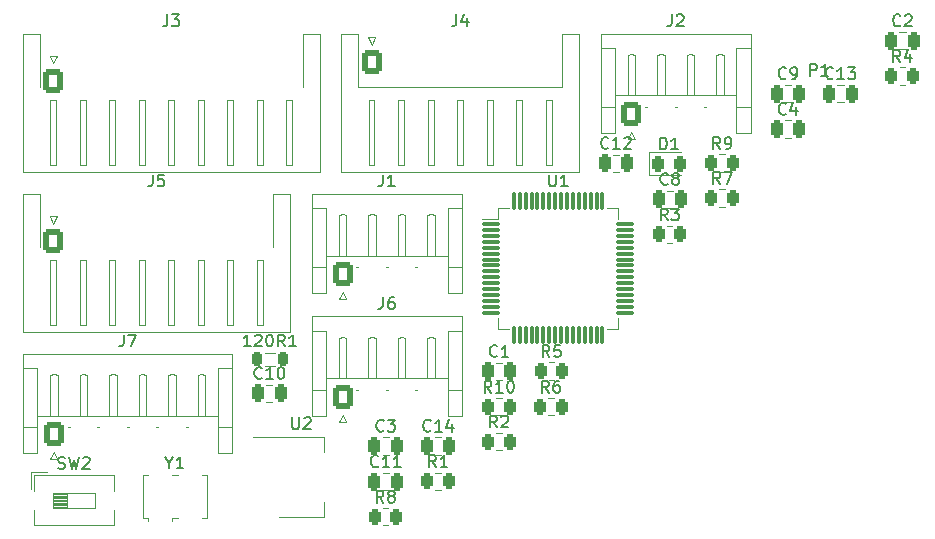
<source format=gbr>
%TF.GenerationSoftware,KiCad,Pcbnew,(6.0.11)*%
%TF.CreationDate,2023-02-06T10:27:39-08:00*%
%TF.ProjectId,EV1,4556312e-6b69-4636-9164-5f7063625858,rev?*%
%TF.SameCoordinates,Original*%
%TF.FileFunction,Legend,Top*%
%TF.FilePolarity,Positive*%
%FSLAX46Y46*%
G04 Gerber Fmt 4.6, Leading zero omitted, Abs format (unit mm)*
G04 Created by KiCad (PCBNEW (6.0.11)) date 2023-02-06 10:27:39*
%MOMM*%
%LPD*%
G01*
G04 APERTURE LIST*
G04 Aperture macros list*
%AMRoundRect*
0 Rectangle with rounded corners*
0 $1 Rounding radius*
0 $2 $3 $4 $5 $6 $7 $8 $9 X,Y pos of 4 corners*
0 Add a 4 corners polygon primitive as box body*
4,1,4,$2,$3,$4,$5,$6,$7,$8,$9,$2,$3,0*
0 Add four circle primitives for the rounded corners*
1,1,$1+$1,$2,$3*
1,1,$1+$1,$4,$5*
1,1,$1+$1,$6,$7*
1,1,$1+$1,$8,$9*
0 Add four rect primitives between the rounded corners*
20,1,$1+$1,$2,$3,$4,$5,0*
20,1,$1+$1,$4,$5,$6,$7,0*
20,1,$1+$1,$6,$7,$8,$9,0*
20,1,$1+$1,$8,$9,$2,$3,0*%
G04 Aperture macros list end*
%ADD10C,0.150000*%
%ADD11C,0.120000*%
%ADD12R,1.600000X1.500000*%
%ADD13R,2.000000X1.500000*%
%ADD14R,2.000000X3.800000*%
%ADD15RoundRect,0.075000X-0.700000X-0.075000X0.700000X-0.075000X0.700000X0.075000X-0.700000X0.075000X0*%
%ADD16RoundRect,0.075000X-0.075000X-0.700000X0.075000X-0.700000X0.075000X0.700000X-0.075000X0.700000X0*%
%ADD17R,2.160000X1.120000*%
%ADD18RoundRect,0.250000X-0.262500X-0.450000X0.262500X-0.450000X0.262500X0.450000X-0.262500X0.450000X0*%
%ADD19R,0.380000X1.000000*%
%ADD20R,0.700000X1.150000*%
%ADD21RoundRect,0.250000X-0.600000X-0.725000X0.600000X-0.725000X0.600000X0.725000X-0.600000X0.725000X0*%
%ADD22O,1.700000X1.950000*%
%ADD23RoundRect,0.243750X-0.243750X-0.456250X0.243750X-0.456250X0.243750X0.456250X-0.243750X0.456250X0*%
%ADD24RoundRect,0.250000X-0.250000X-0.475000X0.250000X-0.475000X0.250000X0.475000X-0.250000X0.475000X0*%
%ADD25RoundRect,0.218750X-0.218750X-0.381250X0.218750X-0.381250X0.218750X0.381250X-0.218750X0.381250X0*%
G04 APERTURE END LIST*
D10*
%TO.C,Y1*%
X133612209Y-114623390D02*
X133612209Y-115099580D01*
X133278876Y-114099580D02*
X133612209Y-114623390D01*
X133945542Y-114099580D01*
X134802685Y-115099580D02*
X134231257Y-115099580D01*
X134516971Y-115099580D02*
X134516971Y-114099580D01*
X134421733Y-114242438D01*
X134326495Y-114337676D01*
X134231257Y-114385295D01*
%TO.C,U2*%
X144026495Y-110779580D02*
X144026495Y-111589104D01*
X144074114Y-111684342D01*
X144121733Y-111731961D01*
X144216971Y-111779580D01*
X144407447Y-111779580D01*
X144502685Y-111731961D01*
X144550304Y-111684342D01*
X144597923Y-111589104D01*
X144597923Y-110779580D01*
X145026495Y-110874819D02*
X145074114Y-110827200D01*
X145169352Y-110779580D01*
X145407447Y-110779580D01*
X145502685Y-110827200D01*
X145550304Y-110874819D01*
X145597923Y-110970057D01*
X145597923Y-111065295D01*
X145550304Y-111208152D01*
X144978876Y-111779580D01*
X145597923Y-111779580D01*
%TO.C,U1*%
X165776495Y-90219580D02*
X165776495Y-91029104D01*
X165824114Y-91124342D01*
X165871733Y-91171961D01*
X165966971Y-91219580D01*
X166157447Y-91219580D01*
X166252685Y-91171961D01*
X166300304Y-91124342D01*
X166347923Y-91029104D01*
X166347923Y-90219580D01*
X167347923Y-91219580D02*
X166776495Y-91219580D01*
X167062209Y-91219580D02*
X167062209Y-90219580D01*
X166966971Y-90362438D01*
X166871733Y-90457676D01*
X166776495Y-90505295D01*
%TO.C,SW2*%
X124205066Y-115091961D02*
X124347923Y-115139580D01*
X124586019Y-115139580D01*
X124681257Y-115091961D01*
X124728876Y-115044342D01*
X124776495Y-114949104D01*
X124776495Y-114853866D01*
X124728876Y-114758628D01*
X124681257Y-114711009D01*
X124586019Y-114663390D01*
X124395542Y-114615771D01*
X124300304Y-114568152D01*
X124252685Y-114520533D01*
X124205066Y-114425295D01*
X124205066Y-114330057D01*
X124252685Y-114234819D01*
X124300304Y-114187200D01*
X124395542Y-114139580D01*
X124633638Y-114139580D01*
X124776495Y-114187200D01*
X125109828Y-114139580D02*
X125347923Y-115139580D01*
X125538400Y-114425295D01*
X125728876Y-115139580D01*
X125966971Y-114139580D01*
X126300304Y-114234819D02*
X126347923Y-114187200D01*
X126443161Y-114139580D01*
X126681257Y-114139580D01*
X126776495Y-114187200D01*
X126824114Y-114234819D01*
X126871733Y-114330057D01*
X126871733Y-114425295D01*
X126824114Y-114568152D01*
X126252685Y-115139580D01*
X126871733Y-115139580D01*
%TO.C,R10*%
X160875542Y-108679580D02*
X160542209Y-108203390D01*
X160304114Y-108679580D02*
X160304114Y-107679580D01*
X160685066Y-107679580D01*
X160780304Y-107727200D01*
X160827923Y-107774819D01*
X160875542Y-107870057D01*
X160875542Y-108012914D01*
X160827923Y-108108152D01*
X160780304Y-108155771D01*
X160685066Y-108203390D01*
X160304114Y-108203390D01*
X161827923Y-108679580D02*
X161256495Y-108679580D01*
X161542209Y-108679580D02*
X161542209Y-107679580D01*
X161446971Y-107822438D01*
X161351733Y-107917676D01*
X161256495Y-107965295D01*
X162446971Y-107679580D02*
X162542209Y-107679580D01*
X162637447Y-107727200D01*
X162685066Y-107774819D01*
X162732685Y-107870057D01*
X162780304Y-108060533D01*
X162780304Y-108298628D01*
X162732685Y-108489104D01*
X162685066Y-108584342D01*
X162637447Y-108631961D01*
X162542209Y-108679580D01*
X162446971Y-108679580D01*
X162351733Y-108631961D01*
X162304114Y-108584342D01*
X162256495Y-108489104D01*
X162208876Y-108298628D01*
X162208876Y-108060533D01*
X162256495Y-107870057D01*
X162304114Y-107774819D01*
X162351733Y-107727200D01*
X162446971Y-107679580D01*
%TO.C,R9*%
X180251733Y-88049580D02*
X179918400Y-87573390D01*
X179680304Y-88049580D02*
X179680304Y-87049580D01*
X180061257Y-87049580D01*
X180156495Y-87097200D01*
X180204114Y-87144819D01*
X180251733Y-87240057D01*
X180251733Y-87382914D01*
X180204114Y-87478152D01*
X180156495Y-87525771D01*
X180061257Y-87573390D01*
X179680304Y-87573390D01*
X180727923Y-88049580D02*
X180918400Y-88049580D01*
X181013638Y-88001961D01*
X181061257Y-87954342D01*
X181156495Y-87811485D01*
X181204114Y-87621009D01*
X181204114Y-87240057D01*
X181156495Y-87144819D01*
X181108876Y-87097200D01*
X181013638Y-87049580D01*
X180823161Y-87049580D01*
X180727923Y-87097200D01*
X180680304Y-87144819D01*
X180632685Y-87240057D01*
X180632685Y-87478152D01*
X180680304Y-87573390D01*
X180727923Y-87621009D01*
X180823161Y-87668628D01*
X181013638Y-87668628D01*
X181108876Y-87621009D01*
X181156495Y-87573390D01*
X181204114Y-87478152D01*
%TO.C,R8*%
X151751733Y-117999580D02*
X151418400Y-117523390D01*
X151180304Y-117999580D02*
X151180304Y-116999580D01*
X151561257Y-116999580D01*
X151656495Y-117047200D01*
X151704114Y-117094819D01*
X151751733Y-117190057D01*
X151751733Y-117332914D01*
X151704114Y-117428152D01*
X151656495Y-117475771D01*
X151561257Y-117523390D01*
X151180304Y-117523390D01*
X152323161Y-117428152D02*
X152227923Y-117380533D01*
X152180304Y-117332914D01*
X152132685Y-117237676D01*
X152132685Y-117190057D01*
X152180304Y-117094819D01*
X152227923Y-117047200D01*
X152323161Y-116999580D01*
X152513638Y-116999580D01*
X152608876Y-117047200D01*
X152656495Y-117094819D01*
X152704114Y-117190057D01*
X152704114Y-117237676D01*
X152656495Y-117332914D01*
X152608876Y-117380533D01*
X152513638Y-117428152D01*
X152323161Y-117428152D01*
X152227923Y-117475771D01*
X152180304Y-117523390D01*
X152132685Y-117618628D01*
X152132685Y-117809104D01*
X152180304Y-117904342D01*
X152227923Y-117951961D01*
X152323161Y-117999580D01*
X152513638Y-117999580D01*
X152608876Y-117951961D01*
X152656495Y-117904342D01*
X152704114Y-117809104D01*
X152704114Y-117618628D01*
X152656495Y-117523390D01*
X152608876Y-117475771D01*
X152513638Y-117428152D01*
%TO.C,R7*%
X180251733Y-90999580D02*
X179918400Y-90523390D01*
X179680304Y-90999580D02*
X179680304Y-89999580D01*
X180061257Y-89999580D01*
X180156495Y-90047200D01*
X180204114Y-90094819D01*
X180251733Y-90190057D01*
X180251733Y-90332914D01*
X180204114Y-90428152D01*
X180156495Y-90475771D01*
X180061257Y-90523390D01*
X179680304Y-90523390D01*
X180585066Y-89999580D02*
X181251733Y-89999580D01*
X180823161Y-90999580D01*
%TO.C,R6*%
X165761733Y-108679580D02*
X165428400Y-108203390D01*
X165190304Y-108679580D02*
X165190304Y-107679580D01*
X165571257Y-107679580D01*
X165666495Y-107727200D01*
X165714114Y-107774819D01*
X165761733Y-107870057D01*
X165761733Y-108012914D01*
X165714114Y-108108152D01*
X165666495Y-108155771D01*
X165571257Y-108203390D01*
X165190304Y-108203390D01*
X166618876Y-107679580D02*
X166428400Y-107679580D01*
X166333161Y-107727200D01*
X166285542Y-107774819D01*
X166190304Y-107917676D01*
X166142685Y-108108152D01*
X166142685Y-108489104D01*
X166190304Y-108584342D01*
X166237923Y-108631961D01*
X166333161Y-108679580D01*
X166523638Y-108679580D01*
X166618876Y-108631961D01*
X166666495Y-108584342D01*
X166714114Y-108489104D01*
X166714114Y-108251009D01*
X166666495Y-108155771D01*
X166618876Y-108108152D01*
X166523638Y-108060533D01*
X166333161Y-108060533D01*
X166237923Y-108108152D01*
X166190304Y-108155771D01*
X166142685Y-108251009D01*
%TO.C,R5*%
X165801733Y-105669580D02*
X165468400Y-105193390D01*
X165230304Y-105669580D02*
X165230304Y-104669580D01*
X165611257Y-104669580D01*
X165706495Y-104717200D01*
X165754114Y-104764819D01*
X165801733Y-104860057D01*
X165801733Y-105002914D01*
X165754114Y-105098152D01*
X165706495Y-105145771D01*
X165611257Y-105193390D01*
X165230304Y-105193390D01*
X166706495Y-104669580D02*
X166230304Y-104669580D01*
X166182685Y-105145771D01*
X166230304Y-105098152D01*
X166325542Y-105050533D01*
X166563638Y-105050533D01*
X166658876Y-105098152D01*
X166706495Y-105145771D01*
X166754114Y-105241009D01*
X166754114Y-105479104D01*
X166706495Y-105574342D01*
X166658876Y-105621961D01*
X166563638Y-105669580D01*
X166325542Y-105669580D01*
X166230304Y-105621961D01*
X166182685Y-105574342D01*
%TO.C,R4*%
X195501733Y-80679580D02*
X195168400Y-80203390D01*
X194930304Y-80679580D02*
X194930304Y-79679580D01*
X195311257Y-79679580D01*
X195406495Y-79727200D01*
X195454114Y-79774819D01*
X195501733Y-79870057D01*
X195501733Y-80012914D01*
X195454114Y-80108152D01*
X195406495Y-80155771D01*
X195311257Y-80203390D01*
X194930304Y-80203390D01*
X196358876Y-80012914D02*
X196358876Y-80679580D01*
X196120780Y-79631961D02*
X195882685Y-80346247D01*
X196501733Y-80346247D01*
%TO.C,R3*%
X175801733Y-94099580D02*
X175468400Y-93623390D01*
X175230304Y-94099580D02*
X175230304Y-93099580D01*
X175611257Y-93099580D01*
X175706495Y-93147200D01*
X175754114Y-93194819D01*
X175801733Y-93290057D01*
X175801733Y-93432914D01*
X175754114Y-93528152D01*
X175706495Y-93575771D01*
X175611257Y-93623390D01*
X175230304Y-93623390D01*
X176135066Y-93099580D02*
X176754114Y-93099580D01*
X176420780Y-93480533D01*
X176563638Y-93480533D01*
X176658876Y-93528152D01*
X176706495Y-93575771D01*
X176754114Y-93671009D01*
X176754114Y-93909104D01*
X176706495Y-94004342D01*
X176658876Y-94051961D01*
X176563638Y-94099580D01*
X176277923Y-94099580D01*
X176182685Y-94051961D01*
X176135066Y-94004342D01*
%TO.C,R2*%
X161351733Y-111629580D02*
X161018400Y-111153390D01*
X160780304Y-111629580D02*
X160780304Y-110629580D01*
X161161257Y-110629580D01*
X161256495Y-110677200D01*
X161304114Y-110724819D01*
X161351733Y-110820057D01*
X161351733Y-110962914D01*
X161304114Y-111058152D01*
X161256495Y-111105771D01*
X161161257Y-111153390D01*
X160780304Y-111153390D01*
X161732685Y-110724819D02*
X161780304Y-110677200D01*
X161875542Y-110629580D01*
X162113638Y-110629580D01*
X162208876Y-110677200D01*
X162256495Y-110724819D01*
X162304114Y-110820057D01*
X162304114Y-110915295D01*
X162256495Y-111058152D01*
X161685066Y-111629580D01*
X162304114Y-111629580D01*
%TO.C,R1*%
X156201733Y-114989580D02*
X155868400Y-114513390D01*
X155630304Y-114989580D02*
X155630304Y-113989580D01*
X156011257Y-113989580D01*
X156106495Y-114037200D01*
X156154114Y-114084819D01*
X156201733Y-114180057D01*
X156201733Y-114322914D01*
X156154114Y-114418152D01*
X156106495Y-114465771D01*
X156011257Y-114513390D01*
X155630304Y-114513390D01*
X157154114Y-114989580D02*
X156582685Y-114989580D01*
X156868400Y-114989580D02*
X156868400Y-113989580D01*
X156773161Y-114132438D01*
X156677923Y-114227676D01*
X156582685Y-114275295D01*
%TO.C,P1*%
X187875304Y-81869580D02*
X187875304Y-80869580D01*
X188256257Y-80869580D01*
X188351495Y-80917200D01*
X188399114Y-80964819D01*
X188446733Y-81060057D01*
X188446733Y-81202914D01*
X188399114Y-81298152D01*
X188351495Y-81345771D01*
X188256257Y-81393390D01*
X187875304Y-81393390D01*
X189399114Y-81869580D02*
X188827685Y-81869580D01*
X189113400Y-81869580D02*
X189113400Y-80869580D01*
X189018161Y-81012438D01*
X188922923Y-81107676D01*
X188827685Y-81155295D01*
%TO.C,J7*%
X129755066Y-103769580D02*
X129755066Y-104483866D01*
X129707447Y-104626723D01*
X129612209Y-104721961D01*
X129469352Y-104769580D01*
X129374114Y-104769580D01*
X130136019Y-103769580D02*
X130802685Y-103769580D01*
X130374114Y-104769580D01*
%TO.C,J6*%
X151705066Y-100599580D02*
X151705066Y-101313866D01*
X151657447Y-101456723D01*
X151562209Y-101551961D01*
X151419352Y-101599580D01*
X151324114Y-101599580D01*
X152609828Y-100599580D02*
X152419352Y-100599580D01*
X152324114Y-100647200D01*
X152276495Y-100694819D01*
X152181257Y-100837676D01*
X152133638Y-101028152D01*
X152133638Y-101409104D01*
X152181257Y-101504342D01*
X152228876Y-101551961D01*
X152324114Y-101599580D01*
X152514590Y-101599580D01*
X152609828Y-101551961D01*
X152657447Y-101504342D01*
X152705066Y-101409104D01*
X152705066Y-101171009D01*
X152657447Y-101075771D01*
X152609828Y-101028152D01*
X152514590Y-100980533D01*
X152324114Y-100980533D01*
X152228876Y-101028152D01*
X152181257Y-101075771D01*
X152133638Y-101171009D01*
%TO.C,J5*%
X132205066Y-90219580D02*
X132205066Y-90933866D01*
X132157447Y-91076723D01*
X132062209Y-91171961D01*
X131919352Y-91219580D01*
X131824114Y-91219580D01*
X133157447Y-90219580D02*
X132681257Y-90219580D01*
X132633638Y-90695771D01*
X132681257Y-90648152D01*
X132776495Y-90600533D01*
X133014590Y-90600533D01*
X133109828Y-90648152D01*
X133157447Y-90695771D01*
X133205066Y-90791009D01*
X133205066Y-91029104D01*
X133157447Y-91124342D01*
X133109828Y-91171961D01*
X133014590Y-91219580D01*
X132776495Y-91219580D01*
X132681257Y-91171961D01*
X132633638Y-91124342D01*
%TO.C,J4*%
X157905066Y-76669580D02*
X157905066Y-77383866D01*
X157857447Y-77526723D01*
X157762209Y-77621961D01*
X157619352Y-77669580D01*
X157524114Y-77669580D01*
X158809828Y-77002914D02*
X158809828Y-77669580D01*
X158571733Y-76621961D02*
X158333638Y-77336247D01*
X158952685Y-77336247D01*
%TO.C,J3*%
X133455066Y-76669580D02*
X133455066Y-77383866D01*
X133407447Y-77526723D01*
X133312209Y-77621961D01*
X133169352Y-77669580D01*
X133074114Y-77669580D01*
X133836019Y-76669580D02*
X134455066Y-76669580D01*
X134121733Y-77050533D01*
X134264590Y-77050533D01*
X134359828Y-77098152D01*
X134407447Y-77145771D01*
X134455066Y-77241009D01*
X134455066Y-77479104D01*
X134407447Y-77574342D01*
X134359828Y-77621961D01*
X134264590Y-77669580D01*
X133978876Y-77669580D01*
X133883638Y-77621961D01*
X133836019Y-77574342D01*
%TO.C,J2*%
X176155066Y-76669580D02*
X176155066Y-77383866D01*
X176107447Y-77526723D01*
X176012209Y-77621961D01*
X175869352Y-77669580D01*
X175774114Y-77669580D01*
X176583638Y-76764819D02*
X176631257Y-76717200D01*
X176726495Y-76669580D01*
X176964590Y-76669580D01*
X177059828Y-76717200D01*
X177107447Y-76764819D01*
X177155066Y-76860057D01*
X177155066Y-76955295D01*
X177107447Y-77098152D01*
X176536019Y-77669580D01*
X177155066Y-77669580D01*
%TO.C,J1*%
X151705066Y-90219580D02*
X151705066Y-90933866D01*
X151657447Y-91076723D01*
X151562209Y-91171961D01*
X151419352Y-91219580D01*
X151324114Y-91219580D01*
X152705066Y-91219580D02*
X152133638Y-91219580D01*
X152419352Y-91219580D02*
X152419352Y-90219580D01*
X152324114Y-90362438D01*
X152228876Y-90457676D01*
X152133638Y-90505295D01*
%TO.C,D1*%
X175170304Y-88094580D02*
X175170304Y-87094580D01*
X175408400Y-87094580D01*
X175551257Y-87142200D01*
X175646495Y-87237438D01*
X175694114Y-87332676D01*
X175741733Y-87523152D01*
X175741733Y-87666009D01*
X175694114Y-87856485D01*
X175646495Y-87951723D01*
X175551257Y-88046961D01*
X175408400Y-88094580D01*
X175170304Y-88094580D01*
X176694114Y-88094580D02*
X176122685Y-88094580D01*
X176408400Y-88094580D02*
X176408400Y-87094580D01*
X176313161Y-87237438D01*
X176217923Y-87332676D01*
X176122685Y-87380295D01*
%TO.C,C14*%
X155745542Y-111884342D02*
X155697923Y-111931961D01*
X155555066Y-111979580D01*
X155459828Y-111979580D01*
X155316971Y-111931961D01*
X155221733Y-111836723D01*
X155174114Y-111741485D01*
X155126495Y-111551009D01*
X155126495Y-111408152D01*
X155174114Y-111217676D01*
X155221733Y-111122438D01*
X155316971Y-111027200D01*
X155459828Y-110979580D01*
X155555066Y-110979580D01*
X155697923Y-111027200D01*
X155745542Y-111074819D01*
X156697923Y-111979580D02*
X156126495Y-111979580D01*
X156412209Y-111979580D02*
X156412209Y-110979580D01*
X156316971Y-111122438D01*
X156221733Y-111217676D01*
X156126495Y-111265295D01*
X157555066Y-111312914D02*
X157555066Y-111979580D01*
X157316971Y-110931961D02*
X157078876Y-111646247D01*
X157697923Y-111646247D01*
%TO.C,C13*%
X189795542Y-82044342D02*
X189747923Y-82091961D01*
X189605066Y-82139580D01*
X189509828Y-82139580D01*
X189366971Y-82091961D01*
X189271733Y-81996723D01*
X189224114Y-81901485D01*
X189176495Y-81711009D01*
X189176495Y-81568152D01*
X189224114Y-81377676D01*
X189271733Y-81282438D01*
X189366971Y-81187200D01*
X189509828Y-81139580D01*
X189605066Y-81139580D01*
X189747923Y-81187200D01*
X189795542Y-81234819D01*
X190747923Y-82139580D02*
X190176495Y-82139580D01*
X190462209Y-82139580D02*
X190462209Y-81139580D01*
X190366971Y-81282438D01*
X190271733Y-81377676D01*
X190176495Y-81425295D01*
X191081257Y-81139580D02*
X191700304Y-81139580D01*
X191366971Y-81520533D01*
X191509828Y-81520533D01*
X191605066Y-81568152D01*
X191652685Y-81615771D01*
X191700304Y-81711009D01*
X191700304Y-81949104D01*
X191652685Y-82044342D01*
X191605066Y-82091961D01*
X191509828Y-82139580D01*
X191224114Y-82139580D01*
X191128876Y-82091961D01*
X191081257Y-82044342D01*
%TO.C,C12*%
X170795542Y-87954342D02*
X170747923Y-88001961D01*
X170605066Y-88049580D01*
X170509828Y-88049580D01*
X170366971Y-88001961D01*
X170271733Y-87906723D01*
X170224114Y-87811485D01*
X170176495Y-87621009D01*
X170176495Y-87478152D01*
X170224114Y-87287676D01*
X170271733Y-87192438D01*
X170366971Y-87097200D01*
X170509828Y-87049580D01*
X170605066Y-87049580D01*
X170747923Y-87097200D01*
X170795542Y-87144819D01*
X171747923Y-88049580D02*
X171176495Y-88049580D01*
X171462209Y-88049580D02*
X171462209Y-87049580D01*
X171366971Y-87192438D01*
X171271733Y-87287676D01*
X171176495Y-87335295D01*
X172128876Y-87144819D02*
X172176495Y-87097200D01*
X172271733Y-87049580D01*
X172509828Y-87049580D01*
X172605066Y-87097200D01*
X172652685Y-87144819D01*
X172700304Y-87240057D01*
X172700304Y-87335295D01*
X172652685Y-87478152D01*
X172081257Y-88049580D01*
X172700304Y-88049580D01*
%TO.C,C11*%
X151295542Y-114894342D02*
X151247923Y-114941961D01*
X151105066Y-114989580D01*
X151009828Y-114989580D01*
X150866971Y-114941961D01*
X150771733Y-114846723D01*
X150724114Y-114751485D01*
X150676495Y-114561009D01*
X150676495Y-114418152D01*
X150724114Y-114227676D01*
X150771733Y-114132438D01*
X150866971Y-114037200D01*
X151009828Y-113989580D01*
X151105066Y-113989580D01*
X151247923Y-114037200D01*
X151295542Y-114084819D01*
X152247923Y-114989580D02*
X151676495Y-114989580D01*
X151962209Y-114989580D02*
X151962209Y-113989580D01*
X151866971Y-114132438D01*
X151771733Y-114227676D01*
X151676495Y-114275295D01*
X153200304Y-114989580D02*
X152628876Y-114989580D01*
X152914590Y-114989580D02*
X152914590Y-113989580D01*
X152819352Y-114132438D01*
X152724114Y-114227676D01*
X152628876Y-114275295D01*
%TO.C,C10*%
X141445542Y-107424342D02*
X141397923Y-107471961D01*
X141255066Y-107519580D01*
X141159828Y-107519580D01*
X141016971Y-107471961D01*
X140921733Y-107376723D01*
X140874114Y-107281485D01*
X140826495Y-107091009D01*
X140826495Y-106948152D01*
X140874114Y-106757676D01*
X140921733Y-106662438D01*
X141016971Y-106567200D01*
X141159828Y-106519580D01*
X141255066Y-106519580D01*
X141397923Y-106567200D01*
X141445542Y-106614819D01*
X142397923Y-107519580D02*
X141826495Y-107519580D01*
X142112209Y-107519580D02*
X142112209Y-106519580D01*
X142016971Y-106662438D01*
X141921733Y-106757676D01*
X141826495Y-106805295D01*
X143016971Y-106519580D02*
X143112209Y-106519580D01*
X143207447Y-106567200D01*
X143255066Y-106614819D01*
X143302685Y-106710057D01*
X143350304Y-106900533D01*
X143350304Y-107138628D01*
X143302685Y-107329104D01*
X143255066Y-107424342D01*
X143207447Y-107471961D01*
X143112209Y-107519580D01*
X143016971Y-107519580D01*
X142921733Y-107471961D01*
X142874114Y-107424342D01*
X142826495Y-107329104D01*
X142778876Y-107138628D01*
X142778876Y-106900533D01*
X142826495Y-106710057D01*
X142874114Y-106614819D01*
X142921733Y-106567200D01*
X143016971Y-106519580D01*
%TO.C,C9*%
X185821733Y-82044342D02*
X185774114Y-82091961D01*
X185631257Y-82139580D01*
X185536019Y-82139580D01*
X185393161Y-82091961D01*
X185297923Y-81996723D01*
X185250304Y-81901485D01*
X185202685Y-81711009D01*
X185202685Y-81568152D01*
X185250304Y-81377676D01*
X185297923Y-81282438D01*
X185393161Y-81187200D01*
X185536019Y-81139580D01*
X185631257Y-81139580D01*
X185774114Y-81187200D01*
X185821733Y-81234819D01*
X186297923Y-82139580D02*
X186488400Y-82139580D01*
X186583638Y-82091961D01*
X186631257Y-82044342D01*
X186726495Y-81901485D01*
X186774114Y-81711009D01*
X186774114Y-81330057D01*
X186726495Y-81234819D01*
X186678876Y-81187200D01*
X186583638Y-81139580D01*
X186393161Y-81139580D01*
X186297923Y-81187200D01*
X186250304Y-81234819D01*
X186202685Y-81330057D01*
X186202685Y-81568152D01*
X186250304Y-81663390D01*
X186297923Y-81711009D01*
X186393161Y-81758628D01*
X186583638Y-81758628D01*
X186678876Y-81711009D01*
X186726495Y-81663390D01*
X186774114Y-81568152D01*
%TO.C,C8*%
X175821733Y-90994342D02*
X175774114Y-91041961D01*
X175631257Y-91089580D01*
X175536019Y-91089580D01*
X175393161Y-91041961D01*
X175297923Y-90946723D01*
X175250304Y-90851485D01*
X175202685Y-90661009D01*
X175202685Y-90518152D01*
X175250304Y-90327676D01*
X175297923Y-90232438D01*
X175393161Y-90137200D01*
X175536019Y-90089580D01*
X175631257Y-90089580D01*
X175774114Y-90137200D01*
X175821733Y-90184819D01*
X176393161Y-90518152D02*
X176297923Y-90470533D01*
X176250304Y-90422914D01*
X176202685Y-90327676D01*
X176202685Y-90280057D01*
X176250304Y-90184819D01*
X176297923Y-90137200D01*
X176393161Y-90089580D01*
X176583638Y-90089580D01*
X176678876Y-90137200D01*
X176726495Y-90184819D01*
X176774114Y-90280057D01*
X176774114Y-90327676D01*
X176726495Y-90422914D01*
X176678876Y-90470533D01*
X176583638Y-90518152D01*
X176393161Y-90518152D01*
X176297923Y-90565771D01*
X176250304Y-90613390D01*
X176202685Y-90708628D01*
X176202685Y-90899104D01*
X176250304Y-90994342D01*
X176297923Y-91041961D01*
X176393161Y-91089580D01*
X176583638Y-91089580D01*
X176678876Y-91041961D01*
X176726495Y-90994342D01*
X176774114Y-90899104D01*
X176774114Y-90708628D01*
X176726495Y-90613390D01*
X176678876Y-90565771D01*
X176583638Y-90518152D01*
%TO.C,C4*%
X185821733Y-85054342D02*
X185774114Y-85101961D01*
X185631257Y-85149580D01*
X185536019Y-85149580D01*
X185393161Y-85101961D01*
X185297923Y-85006723D01*
X185250304Y-84911485D01*
X185202685Y-84721009D01*
X185202685Y-84578152D01*
X185250304Y-84387676D01*
X185297923Y-84292438D01*
X185393161Y-84197200D01*
X185536019Y-84149580D01*
X185631257Y-84149580D01*
X185774114Y-84197200D01*
X185821733Y-84244819D01*
X186678876Y-84482914D02*
X186678876Y-85149580D01*
X186440780Y-84101961D02*
X186202685Y-84816247D01*
X186821733Y-84816247D01*
%TO.C,C3*%
X151771733Y-111884342D02*
X151724114Y-111931961D01*
X151581257Y-111979580D01*
X151486019Y-111979580D01*
X151343161Y-111931961D01*
X151247923Y-111836723D01*
X151200304Y-111741485D01*
X151152685Y-111551009D01*
X151152685Y-111408152D01*
X151200304Y-111217676D01*
X151247923Y-111122438D01*
X151343161Y-111027200D01*
X151486019Y-110979580D01*
X151581257Y-110979580D01*
X151724114Y-111027200D01*
X151771733Y-111074819D01*
X152105066Y-110979580D02*
X152724114Y-110979580D01*
X152390780Y-111360533D01*
X152533638Y-111360533D01*
X152628876Y-111408152D01*
X152676495Y-111455771D01*
X152724114Y-111551009D01*
X152724114Y-111789104D01*
X152676495Y-111884342D01*
X152628876Y-111931961D01*
X152533638Y-111979580D01*
X152247923Y-111979580D01*
X152152685Y-111931961D01*
X152105066Y-111884342D01*
%TO.C,C2*%
X195521733Y-77574342D02*
X195474114Y-77621961D01*
X195331257Y-77669580D01*
X195236019Y-77669580D01*
X195093161Y-77621961D01*
X194997923Y-77526723D01*
X194950304Y-77431485D01*
X194902685Y-77241009D01*
X194902685Y-77098152D01*
X194950304Y-76907676D01*
X194997923Y-76812438D01*
X195093161Y-76717200D01*
X195236019Y-76669580D01*
X195331257Y-76669580D01*
X195474114Y-76717200D01*
X195521733Y-76764819D01*
X195902685Y-76764819D02*
X195950304Y-76717200D01*
X196045542Y-76669580D01*
X196283638Y-76669580D01*
X196378876Y-76717200D01*
X196426495Y-76764819D01*
X196474114Y-76860057D01*
X196474114Y-76955295D01*
X196426495Y-77098152D01*
X195855066Y-77669580D01*
X196474114Y-77669580D01*
%TO.C,C1*%
X161371733Y-105574342D02*
X161324114Y-105621961D01*
X161181257Y-105669580D01*
X161086019Y-105669580D01*
X160943161Y-105621961D01*
X160847923Y-105526723D01*
X160800304Y-105431485D01*
X160752685Y-105241009D01*
X160752685Y-105098152D01*
X160800304Y-104907676D01*
X160847923Y-104812438D01*
X160943161Y-104717200D01*
X161086019Y-104669580D01*
X161181257Y-104669580D01*
X161324114Y-104717200D01*
X161371733Y-104764819D01*
X162324114Y-105669580D02*
X161752685Y-105669580D01*
X162038400Y-105669580D02*
X162038400Y-104669580D01*
X161943161Y-104812438D01*
X161847923Y-104907676D01*
X161752685Y-104955295D01*
%TO.C,120R1*%
X140495542Y-104769580D02*
X139924114Y-104769580D01*
X140209828Y-104769580D02*
X140209828Y-103769580D01*
X140114590Y-103912438D01*
X140019352Y-104007676D01*
X139924114Y-104055295D01*
X140876495Y-103864819D02*
X140924114Y-103817200D01*
X141019352Y-103769580D01*
X141257447Y-103769580D01*
X141352685Y-103817200D01*
X141400304Y-103864819D01*
X141447923Y-103960057D01*
X141447923Y-104055295D01*
X141400304Y-104198152D01*
X140828876Y-104769580D01*
X141447923Y-104769580D01*
X142066971Y-103769580D02*
X142162209Y-103769580D01*
X142257447Y-103817200D01*
X142305066Y-103864819D01*
X142352685Y-103960057D01*
X142400304Y-104150533D01*
X142400304Y-104388628D01*
X142352685Y-104579104D01*
X142305066Y-104674342D01*
X142257447Y-104721961D01*
X142162209Y-104769580D01*
X142066971Y-104769580D01*
X141971733Y-104721961D01*
X141924114Y-104674342D01*
X141876495Y-104579104D01*
X141828876Y-104388628D01*
X141828876Y-104150533D01*
X141876495Y-103960057D01*
X141924114Y-103864819D01*
X141971733Y-103817200D01*
X142066971Y-103769580D01*
X143400304Y-104769580D02*
X143066971Y-104293390D01*
X142828876Y-104769580D02*
X142828876Y-103769580D01*
X143209828Y-103769580D01*
X143305066Y-103817200D01*
X143352685Y-103864819D01*
X143400304Y-103960057D01*
X143400304Y-104102914D01*
X143352685Y-104198152D01*
X143305066Y-104245771D01*
X143209828Y-104293390D01*
X142828876Y-104293390D01*
X144352685Y-104769580D02*
X143781257Y-104769580D01*
X144066971Y-104769580D02*
X144066971Y-103769580D01*
X143971733Y-103912438D01*
X143876495Y-104007676D01*
X143781257Y-104055295D01*
D11*
%TO.C,Y1*%
X133818400Y-119297200D02*
X133818400Y-119547200D01*
X133818400Y-115697200D02*
X134358400Y-115697200D01*
X134358400Y-119297200D02*
X133818400Y-119297200D01*
X131818400Y-119297200D02*
X131388400Y-119297200D01*
X131388400Y-115697200D02*
X131818400Y-115697200D01*
X131388400Y-119297200D02*
X131388400Y-115697200D01*
X136788400Y-119297200D02*
X136358400Y-119297200D01*
X131818400Y-119547200D02*
X131818400Y-119297200D01*
X136358400Y-115697200D02*
X136788400Y-115697200D01*
X136788400Y-115697200D02*
X136788400Y-119297200D01*
%TO.C,U2*%
X140688400Y-112417200D02*
X146698400Y-112417200D01*
X142938400Y-119237200D02*
X146698400Y-119237200D01*
X146698400Y-119237200D02*
X146698400Y-117977200D01*
X146698400Y-112417200D02*
X146698400Y-113677200D01*
%TO.C,U1*%
X162378400Y-93057200D02*
X161428400Y-93057200D01*
X170698400Y-93057200D02*
X171648400Y-93057200D01*
X171648400Y-103277200D02*
X171648400Y-102327200D01*
X170698400Y-103277200D02*
X171648400Y-103277200D01*
X162378400Y-103277200D02*
X161428400Y-103277200D01*
X161428400Y-93057200D02*
X161428400Y-94007200D01*
X171648400Y-93057200D02*
X171648400Y-94007200D01*
X161428400Y-103277200D02*
X161428400Y-102327200D01*
X161428400Y-94007200D02*
X160088400Y-94007200D01*
%TO.C,SW2*%
X127348400Y-117162200D02*
X123728400Y-117162200D01*
X128948400Y-115687200D02*
X128948400Y-116997200D01*
X123728400Y-118122200D02*
X124935067Y-118122200D01*
X123728400Y-117162200D02*
X123728400Y-118432200D01*
X121888400Y-115447200D02*
X121888400Y-116830200D01*
X122128400Y-118597200D02*
X122128400Y-119907200D01*
X123728400Y-117762200D02*
X124935067Y-117762200D01*
X122128400Y-115687200D02*
X122128400Y-116997200D01*
X121888400Y-115447200D02*
X123271400Y-115447200D01*
X123728400Y-118002200D02*
X124935067Y-118002200D01*
X123728400Y-117402200D02*
X124935067Y-117402200D01*
X123728400Y-118432200D02*
X127348400Y-118432200D01*
X122128400Y-119907200D02*
X128948400Y-119907200D01*
X124935067Y-117162200D02*
X124935067Y-118432200D01*
X123728400Y-118362200D02*
X124935067Y-118362200D01*
X123728400Y-118242200D02*
X124935067Y-118242200D01*
X123728400Y-117522200D02*
X124935067Y-117522200D01*
X123728400Y-117282200D02*
X124935067Y-117282200D01*
X123728400Y-117882200D02*
X124935067Y-117882200D01*
X127348400Y-118432200D02*
X127348400Y-117162200D01*
X122128400Y-115687200D02*
X128948400Y-115687200D01*
X123728400Y-117642200D02*
X124935067Y-117642200D01*
X128948400Y-118597200D02*
X128948400Y-119907200D01*
%TO.C,R10*%
X161291336Y-109142200D02*
X161745464Y-109142200D01*
X161291336Y-110612200D02*
X161745464Y-110612200D01*
%TO.C,R9*%
X180191336Y-88512200D02*
X180645464Y-88512200D01*
X180191336Y-89982200D02*
X180645464Y-89982200D01*
%TO.C,R8*%
X151691336Y-118462200D02*
X152145464Y-118462200D01*
X151691336Y-119932200D02*
X152145464Y-119932200D01*
%TO.C,R7*%
X180191336Y-91462200D02*
X180645464Y-91462200D01*
X180191336Y-92932200D02*
X180645464Y-92932200D01*
%TO.C,R6*%
X165701336Y-109142200D02*
X166155464Y-109142200D01*
X165701336Y-110612200D02*
X166155464Y-110612200D01*
%TO.C,R5*%
X165741336Y-106132200D02*
X166195464Y-106132200D01*
X165741336Y-107602200D02*
X166195464Y-107602200D01*
%TO.C,R4*%
X195441336Y-81142200D02*
X195895464Y-81142200D01*
X195441336Y-82612200D02*
X195895464Y-82612200D01*
%TO.C,R3*%
X175741336Y-94562200D02*
X176195464Y-94562200D01*
X175741336Y-96032200D02*
X176195464Y-96032200D01*
%TO.C,R2*%
X161291336Y-112092200D02*
X161745464Y-112092200D01*
X161291336Y-113562200D02*
X161745464Y-113562200D01*
%TO.C,R1*%
X156141336Y-115452200D02*
X156595464Y-115452200D01*
X156141336Y-116922200D02*
X156595464Y-116922200D01*
%TO.C,J7*%
X133518400Y-110627200D02*
X133518400Y-107207200D01*
X123838400Y-107127200D02*
X124158400Y-107207200D01*
X126658400Y-107207200D02*
X126658400Y-110627200D01*
X134158400Y-110627200D02*
X133838400Y-110627200D01*
X123518400Y-107207200D02*
X123838400Y-107127200D01*
X137728400Y-106627200D02*
X137728400Y-111627200D01*
X123838400Y-110627200D02*
X123518400Y-110627200D01*
X128838400Y-110627200D02*
X128518400Y-110627200D01*
X138948400Y-113827200D02*
X137728400Y-113827200D01*
X138948400Y-106627200D02*
X137728400Y-106627200D01*
X131338400Y-107127200D02*
X131658400Y-107207200D01*
X123538400Y-114317200D02*
X124138400Y-114317200D01*
X122448400Y-106627200D02*
X122448400Y-111627200D01*
X138948400Y-105407200D02*
X138948400Y-113827200D01*
X126018400Y-110627200D02*
X126018400Y-107207200D01*
X133838400Y-110627200D02*
X133518400Y-110627200D01*
X136658400Y-107207200D02*
X136658400Y-110627200D01*
X137728400Y-111627200D02*
X138948400Y-111627200D01*
X129158400Y-107207200D02*
X129158400Y-110627200D01*
X136338400Y-110627200D02*
X136018400Y-110627200D01*
X121228400Y-106627200D02*
X122448400Y-106627200D01*
X132508400Y-111627200D02*
X132668400Y-111627200D01*
X128518400Y-107207200D02*
X128838400Y-107127200D01*
X136018400Y-107207200D02*
X136338400Y-107127200D01*
X121228400Y-113827200D02*
X121228400Y-105407200D01*
X128838400Y-107127200D02*
X129158400Y-107207200D01*
X121228400Y-105407200D02*
X138948400Y-105407200D01*
X131338400Y-110627200D02*
X131018400Y-110627200D01*
X136338400Y-107127200D02*
X136658400Y-107207200D01*
X126338400Y-107127200D02*
X126658400Y-107207200D01*
X136658400Y-110627200D02*
X136338400Y-110627200D01*
X124158400Y-107207200D02*
X124158400Y-110627200D01*
X122448400Y-113827200D02*
X121228400Y-113827200D01*
X126018400Y-107207200D02*
X126338400Y-107127200D01*
X126658400Y-110627200D02*
X126338400Y-110627200D01*
X123838400Y-113717200D02*
X123538400Y-114317200D01*
X126338400Y-110627200D02*
X126018400Y-110627200D01*
X131658400Y-110627200D02*
X131338400Y-110627200D01*
X122448400Y-111627200D02*
X122448400Y-113827200D01*
X131018400Y-107207200D02*
X131338400Y-107127200D01*
X136018400Y-110627200D02*
X136018400Y-107207200D01*
X129158400Y-110627200D02*
X128838400Y-110627200D01*
X128518400Y-110627200D02*
X128518400Y-107207200D01*
X137728400Y-113827200D02*
X137728400Y-111627200D01*
X131018400Y-110627200D02*
X131018400Y-107207200D01*
X135008400Y-111627200D02*
X135168400Y-111627200D01*
X131658400Y-107207200D02*
X131658400Y-110627200D01*
X130008400Y-111627200D02*
X130168400Y-111627200D01*
X123518400Y-110627200D02*
X123518400Y-107207200D01*
X124138400Y-114317200D02*
X123838400Y-113717200D01*
X133518400Y-107207200D02*
X133838400Y-107127200D01*
X134158400Y-107207200D02*
X134158400Y-110627200D01*
X122448400Y-110627200D02*
X137728400Y-110627200D01*
X124158400Y-110627200D02*
X123838400Y-110627200D01*
X127508400Y-111627200D02*
X127668400Y-111627200D01*
X133838400Y-107127200D02*
X134158400Y-107207200D01*
X122448400Y-111627200D02*
X121228400Y-111627200D01*
X125008400Y-111627200D02*
X125168400Y-111627200D01*
%TO.C,J6*%
X150468400Y-107457200D02*
X150468400Y-104037200D01*
X157178400Y-103457200D02*
X157178400Y-108457200D01*
X155468400Y-104037200D02*
X155788400Y-103957200D01*
X148288400Y-107457200D02*
X147968400Y-107457200D01*
X151958400Y-108457200D02*
X152118400Y-108457200D01*
X148608400Y-104037200D02*
X148608400Y-107457200D01*
X153288400Y-103957200D02*
X153608400Y-104037200D01*
X151108400Y-107457200D02*
X150788400Y-107457200D01*
X156108400Y-104037200D02*
X156108400Y-107457200D01*
X150468400Y-104037200D02*
X150788400Y-103957200D01*
X148288400Y-110547200D02*
X147988400Y-111147200D01*
X146898400Y-108457200D02*
X146898400Y-110657200D01*
X150788400Y-107457200D02*
X150468400Y-107457200D01*
X158398400Y-110657200D02*
X157178400Y-110657200D01*
X145678400Y-103457200D02*
X146898400Y-103457200D01*
X158398400Y-103457200D02*
X157178400Y-103457200D01*
X147968400Y-104037200D02*
X148288400Y-103957200D01*
X157178400Y-108457200D02*
X158398400Y-108457200D01*
X155788400Y-107457200D02*
X155468400Y-107457200D01*
X155788400Y-103957200D02*
X156108400Y-104037200D01*
X148588400Y-111147200D02*
X148288400Y-110547200D01*
X148608400Y-107457200D02*
X148288400Y-107457200D01*
X153608400Y-104037200D02*
X153608400Y-107457200D01*
X155468400Y-107457200D02*
X155468400Y-104037200D01*
X145678400Y-110657200D02*
X145678400Y-102237200D01*
X146898400Y-110657200D02*
X145678400Y-110657200D01*
X150788400Y-103957200D02*
X151108400Y-104037200D01*
X149458400Y-108457200D02*
X149618400Y-108457200D01*
X147968400Y-107457200D02*
X147968400Y-104037200D01*
X158398400Y-102237200D02*
X158398400Y-110657200D01*
X148288400Y-103957200D02*
X148608400Y-104037200D01*
X147988400Y-111147200D02*
X148588400Y-111147200D01*
X152968400Y-107457200D02*
X152968400Y-104037200D01*
X145678400Y-102237200D02*
X158398400Y-102237200D01*
X154458400Y-108457200D02*
X154618400Y-108457200D01*
X153608400Y-107457200D02*
X153288400Y-107457200D01*
X146898400Y-103457200D02*
X146898400Y-108457200D01*
X146898400Y-107457200D02*
X157178400Y-107457200D01*
X146898400Y-108457200D02*
X145678400Y-108457200D01*
X156108400Y-107457200D02*
X155788400Y-107457200D01*
X152968400Y-104037200D02*
X153288400Y-103957200D01*
X151108400Y-104037200D02*
X151108400Y-107457200D01*
X157178400Y-110657200D02*
X157178400Y-108457200D01*
X153288400Y-107457200D02*
X152968400Y-107457200D01*
%TO.C,J5*%
X141038400Y-102967200D02*
X141538400Y-102967200D01*
X131538400Y-97467200D02*
X131038400Y-97467200D01*
X136538400Y-97467200D02*
X136038400Y-97467200D01*
X126038400Y-97467200D02*
X126038400Y-102967200D01*
X141038400Y-97467200D02*
X141038400Y-102967200D01*
X123538400Y-97467200D02*
X123538400Y-102967200D01*
X141538400Y-102967200D02*
X141538400Y-97467200D01*
X128538400Y-102967200D02*
X129038400Y-102967200D01*
X126038400Y-102967200D02*
X126538400Y-102967200D01*
X136538400Y-102967200D02*
X136538400Y-97467200D01*
X129038400Y-102967200D02*
X129038400Y-97467200D01*
X132538400Y-103577200D02*
X121228400Y-103577200D01*
X133538400Y-97467200D02*
X133538400Y-102967200D01*
X121228400Y-103577200D02*
X121228400Y-91857200D01*
X128538400Y-97467200D02*
X128538400Y-102967200D01*
X132538400Y-103577200D02*
X143848400Y-103577200D01*
X126538400Y-97467200D02*
X126038400Y-97467200D01*
X139038400Y-97467200D02*
X138538400Y-97467200D01*
X138538400Y-97467200D02*
X138538400Y-102967200D01*
X123488400Y-93767200D02*
X124088400Y-93767200D01*
X133538400Y-102967200D02*
X134038400Y-102967200D01*
X123788400Y-94367200D02*
X123488400Y-93767200D01*
X124088400Y-93767200D02*
X123788400Y-94367200D01*
X141538400Y-97467200D02*
X141038400Y-97467200D01*
X134038400Y-102967200D02*
X134038400Y-97467200D01*
X139038400Y-102967200D02*
X139038400Y-97467200D01*
X143848400Y-91857200D02*
X142428400Y-91857200D01*
X124038400Y-102967200D02*
X124038400Y-97467200D01*
X123538400Y-102967200D02*
X124038400Y-102967200D01*
X121228400Y-91857200D02*
X122648400Y-91857200D01*
X122648400Y-91857200D02*
X122648400Y-96357200D01*
X129038400Y-97467200D02*
X128538400Y-97467200D01*
X136038400Y-102967200D02*
X136538400Y-102967200D01*
X131538400Y-102967200D02*
X131538400Y-97467200D01*
X131038400Y-97467200D02*
X131038400Y-102967200D01*
X142428400Y-91857200D02*
X142428400Y-96357200D01*
X134038400Y-97467200D02*
X133538400Y-97467200D01*
X136038400Y-97467200D02*
X136038400Y-102967200D01*
X143848400Y-103577200D02*
X143848400Y-91857200D01*
X138538400Y-102967200D02*
X139038400Y-102967200D01*
X131038400Y-102967200D02*
X131538400Y-102967200D01*
X126538400Y-102967200D02*
X126538400Y-97467200D01*
X124038400Y-97467200D02*
X123538400Y-97467200D01*
%TO.C,J4*%
X152988400Y-83917200D02*
X152988400Y-89417200D01*
X168298400Y-78307200D02*
X166878400Y-78307200D01*
X150438400Y-78617200D02*
X151038400Y-78617200D01*
X150738400Y-79217200D02*
X150438400Y-78617200D01*
X150988400Y-83917200D02*
X150488400Y-83917200D01*
X165988400Y-89417200D02*
X165988400Y-83917200D01*
X162988400Y-83917200D02*
X162988400Y-89417200D01*
X168298400Y-90027200D02*
X168298400Y-78307200D01*
X148178400Y-90027200D02*
X148178400Y-78307200D01*
X160988400Y-83917200D02*
X160488400Y-83917200D01*
X155488400Y-89417200D02*
X155988400Y-89417200D01*
X153488400Y-83917200D02*
X152988400Y-83917200D01*
X150488400Y-89417200D02*
X150988400Y-89417200D01*
X158238400Y-90027200D02*
X168298400Y-90027200D01*
X162988400Y-89417200D02*
X163488400Y-89417200D01*
X158488400Y-83917200D02*
X157988400Y-83917200D01*
X158238400Y-90027200D02*
X148178400Y-90027200D01*
X160988400Y-89417200D02*
X160988400Y-83917200D01*
X150488400Y-83917200D02*
X150488400Y-89417200D01*
X160488400Y-89417200D02*
X160988400Y-89417200D01*
X150988400Y-89417200D02*
X150988400Y-83917200D01*
X157988400Y-89417200D02*
X158488400Y-89417200D01*
X152988400Y-89417200D02*
X153488400Y-89417200D01*
X151038400Y-78617200D02*
X150738400Y-79217200D01*
X148178400Y-78307200D02*
X149598400Y-78307200D01*
X155988400Y-89417200D02*
X155988400Y-83917200D01*
X166878400Y-82807200D02*
X158238400Y-82807200D01*
X165988400Y-83917200D02*
X165488400Y-83917200D01*
X163488400Y-89417200D02*
X163488400Y-83917200D01*
X149598400Y-78307200D02*
X149598400Y-82807200D01*
X163488400Y-83917200D02*
X162988400Y-83917200D01*
X157988400Y-83917200D02*
X157988400Y-89417200D01*
X149598400Y-82807200D02*
X158238400Y-82807200D01*
X165488400Y-83917200D02*
X165488400Y-89417200D01*
X165488400Y-89417200D02*
X165988400Y-89417200D01*
X158488400Y-89417200D02*
X158488400Y-83917200D01*
X155988400Y-83917200D02*
X155488400Y-83917200D01*
X160488400Y-83917200D02*
X160488400Y-89417200D01*
X155488400Y-83917200D02*
X155488400Y-89417200D01*
X153488400Y-89417200D02*
X153488400Y-83917200D01*
X166878400Y-78307200D02*
X166878400Y-82807200D01*
%TO.C,J3*%
X141038400Y-89417200D02*
X141538400Y-89417200D01*
X143538400Y-83917200D02*
X143538400Y-89417200D01*
X123538400Y-83917200D02*
X123538400Y-89417200D01*
X122648400Y-78307200D02*
X122648400Y-82807200D01*
X144928400Y-78307200D02*
X144928400Y-82807200D01*
X141038400Y-83917200D02*
X141038400Y-89417200D01*
X123488400Y-80217200D02*
X124088400Y-80217200D01*
X134038400Y-83917200D02*
X133538400Y-83917200D01*
X126538400Y-83917200D02*
X126038400Y-83917200D01*
X141538400Y-83917200D02*
X141038400Y-83917200D01*
X131038400Y-89417200D02*
X131538400Y-89417200D01*
X133788400Y-90027200D02*
X146348400Y-90027200D01*
X133788400Y-90027200D02*
X121228400Y-90027200D01*
X128538400Y-83917200D02*
X128538400Y-89417200D01*
X123538400Y-89417200D02*
X124038400Y-89417200D01*
X129038400Y-83917200D02*
X128538400Y-83917200D01*
X139038400Y-83917200D02*
X138538400Y-83917200D01*
X126038400Y-89417200D02*
X126538400Y-89417200D01*
X133538400Y-83917200D02*
X133538400Y-89417200D01*
X133538400Y-89417200D02*
X134038400Y-89417200D01*
X143538400Y-89417200D02*
X144038400Y-89417200D01*
X136038400Y-83917200D02*
X136038400Y-89417200D01*
X123788400Y-80817200D02*
X123488400Y-80217200D01*
X121228400Y-78307200D02*
X122648400Y-78307200D01*
X146348400Y-78307200D02*
X144928400Y-78307200D01*
X131038400Y-83917200D02*
X131038400Y-89417200D01*
X131538400Y-83917200D02*
X131038400Y-83917200D01*
X129038400Y-89417200D02*
X129038400Y-83917200D01*
X144038400Y-89417200D02*
X144038400Y-83917200D01*
X124038400Y-89417200D02*
X124038400Y-83917200D01*
X128538400Y-89417200D02*
X129038400Y-89417200D01*
X121228400Y-90027200D02*
X121228400Y-78307200D01*
X136538400Y-83917200D02*
X136038400Y-83917200D01*
X131538400Y-89417200D02*
X131538400Y-83917200D01*
X139038400Y-89417200D02*
X139038400Y-83917200D01*
X124038400Y-83917200D02*
X123538400Y-83917200D01*
X146348400Y-90027200D02*
X146348400Y-78307200D01*
X144038400Y-83917200D02*
X143538400Y-83917200D01*
X126038400Y-83917200D02*
X126038400Y-89417200D01*
X124088400Y-80217200D02*
X123788400Y-80817200D01*
X136038400Y-89417200D02*
X136538400Y-89417200D01*
X138538400Y-89417200D02*
X139038400Y-89417200D01*
X126538400Y-89417200D02*
X126538400Y-83917200D01*
X134038400Y-89417200D02*
X134038400Y-83917200D01*
X141538400Y-89417200D02*
X141538400Y-83917200D01*
X138538400Y-83917200D02*
X138538400Y-89417200D01*
X136538400Y-89417200D02*
X136538400Y-83917200D01*
%TO.C,J2*%
X174918400Y-83527200D02*
X174918400Y-80107200D01*
X181628400Y-79527200D02*
X181628400Y-84527200D01*
X179918400Y-80107200D02*
X180238400Y-80027200D01*
X172738400Y-83527200D02*
X172418400Y-83527200D01*
X176408400Y-84527200D02*
X176568400Y-84527200D01*
X173058400Y-80107200D02*
X173058400Y-83527200D01*
X177738400Y-80027200D02*
X178058400Y-80107200D01*
X175558400Y-83527200D02*
X175238400Y-83527200D01*
X180558400Y-80107200D02*
X180558400Y-83527200D01*
X174918400Y-80107200D02*
X175238400Y-80027200D01*
X172738400Y-86617200D02*
X172438400Y-87217200D01*
X171348400Y-84527200D02*
X171348400Y-86727200D01*
X175238400Y-83527200D02*
X174918400Y-83527200D01*
X182848400Y-86727200D02*
X181628400Y-86727200D01*
X170128400Y-79527200D02*
X171348400Y-79527200D01*
X182848400Y-79527200D02*
X181628400Y-79527200D01*
X172418400Y-80107200D02*
X172738400Y-80027200D01*
X181628400Y-84527200D02*
X182848400Y-84527200D01*
X180238400Y-83527200D02*
X179918400Y-83527200D01*
X180238400Y-80027200D02*
X180558400Y-80107200D01*
X173038400Y-87217200D02*
X172738400Y-86617200D01*
X173058400Y-83527200D02*
X172738400Y-83527200D01*
X178058400Y-80107200D02*
X178058400Y-83527200D01*
X179918400Y-83527200D02*
X179918400Y-80107200D01*
X170128400Y-86727200D02*
X170128400Y-78307200D01*
X171348400Y-86727200D02*
X170128400Y-86727200D01*
X175238400Y-80027200D02*
X175558400Y-80107200D01*
X173908400Y-84527200D02*
X174068400Y-84527200D01*
X172418400Y-83527200D02*
X172418400Y-80107200D01*
X182848400Y-78307200D02*
X182848400Y-86727200D01*
X172738400Y-80027200D02*
X173058400Y-80107200D01*
X172438400Y-87217200D02*
X173038400Y-87217200D01*
X177418400Y-83527200D02*
X177418400Y-80107200D01*
X170128400Y-78307200D02*
X182848400Y-78307200D01*
X178908400Y-84527200D02*
X179068400Y-84527200D01*
X178058400Y-83527200D02*
X177738400Y-83527200D01*
X171348400Y-79527200D02*
X171348400Y-84527200D01*
X171348400Y-83527200D02*
X181628400Y-83527200D01*
X171348400Y-84527200D02*
X170128400Y-84527200D01*
X180558400Y-83527200D02*
X180238400Y-83527200D01*
X177418400Y-80107200D02*
X177738400Y-80027200D01*
X175558400Y-80107200D02*
X175558400Y-83527200D01*
X181628400Y-86727200D02*
X181628400Y-84527200D01*
X177738400Y-83527200D02*
X177418400Y-83527200D01*
%TO.C,J1*%
X150468400Y-97077200D02*
X150468400Y-93657200D01*
X157178400Y-93077200D02*
X157178400Y-98077200D01*
X155468400Y-93657200D02*
X155788400Y-93577200D01*
X148288400Y-97077200D02*
X147968400Y-97077200D01*
X151958400Y-98077200D02*
X152118400Y-98077200D01*
X148608400Y-93657200D02*
X148608400Y-97077200D01*
X153288400Y-93577200D02*
X153608400Y-93657200D01*
X151108400Y-97077200D02*
X150788400Y-97077200D01*
X156108400Y-93657200D02*
X156108400Y-97077200D01*
X150468400Y-93657200D02*
X150788400Y-93577200D01*
X148288400Y-100167200D02*
X147988400Y-100767200D01*
X146898400Y-98077200D02*
X146898400Y-100277200D01*
X150788400Y-97077200D02*
X150468400Y-97077200D01*
X158398400Y-100277200D02*
X157178400Y-100277200D01*
X145678400Y-93077200D02*
X146898400Y-93077200D01*
X158398400Y-93077200D02*
X157178400Y-93077200D01*
X147968400Y-93657200D02*
X148288400Y-93577200D01*
X157178400Y-98077200D02*
X158398400Y-98077200D01*
X155788400Y-97077200D02*
X155468400Y-97077200D01*
X155788400Y-93577200D02*
X156108400Y-93657200D01*
X148588400Y-100767200D02*
X148288400Y-100167200D01*
X148608400Y-97077200D02*
X148288400Y-97077200D01*
X153608400Y-93657200D02*
X153608400Y-97077200D01*
X155468400Y-97077200D02*
X155468400Y-93657200D01*
X145678400Y-100277200D02*
X145678400Y-91857200D01*
X146898400Y-100277200D02*
X145678400Y-100277200D01*
X150788400Y-93577200D02*
X151108400Y-93657200D01*
X149458400Y-98077200D02*
X149618400Y-98077200D01*
X147968400Y-97077200D02*
X147968400Y-93657200D01*
X158398400Y-91857200D02*
X158398400Y-100277200D01*
X148288400Y-93577200D02*
X148608400Y-93657200D01*
X147988400Y-100767200D02*
X148588400Y-100767200D01*
X152968400Y-97077200D02*
X152968400Y-93657200D01*
X145678400Y-91857200D02*
X158398400Y-91857200D01*
X154458400Y-98077200D02*
X154618400Y-98077200D01*
X153608400Y-97077200D02*
X153288400Y-97077200D01*
X146898400Y-93077200D02*
X146898400Y-98077200D01*
X146898400Y-97077200D02*
X157178400Y-97077200D01*
X146898400Y-98077200D02*
X145678400Y-98077200D01*
X156108400Y-97077200D02*
X155788400Y-97077200D01*
X152968400Y-93657200D02*
X153288400Y-93577200D01*
X151108400Y-93657200D02*
X151108400Y-97077200D01*
X157178400Y-100277200D02*
X157178400Y-98077200D01*
X153288400Y-97077200D02*
X152968400Y-97077200D01*
%TO.C,D1*%
X174223400Y-90252200D02*
X176908400Y-90252200D01*
X174223400Y-88332200D02*
X174223400Y-90252200D01*
X176908400Y-88332200D02*
X174223400Y-88332200D01*
%TO.C,C14*%
X156127148Y-113942200D02*
X156649652Y-113942200D01*
X156127148Y-112472200D02*
X156649652Y-112472200D01*
%TO.C,C13*%
X190177148Y-84102200D02*
X190699652Y-84102200D01*
X190177148Y-82632200D02*
X190699652Y-82632200D01*
%TO.C,C12*%
X171177148Y-90012200D02*
X171699652Y-90012200D01*
X171177148Y-88542200D02*
X171699652Y-88542200D01*
%TO.C,C11*%
X151677148Y-116952200D02*
X152199652Y-116952200D01*
X151677148Y-115482200D02*
X152199652Y-115482200D01*
%TO.C,C10*%
X141827148Y-109482200D02*
X142349652Y-109482200D01*
X141827148Y-108012200D02*
X142349652Y-108012200D01*
%TO.C,C9*%
X185727148Y-84102200D02*
X186249652Y-84102200D01*
X185727148Y-82632200D02*
X186249652Y-82632200D01*
%TO.C,C8*%
X175727148Y-93052200D02*
X176249652Y-93052200D01*
X175727148Y-91582200D02*
X176249652Y-91582200D01*
%TO.C,C4*%
X185727148Y-87112200D02*
X186249652Y-87112200D01*
X185727148Y-85642200D02*
X186249652Y-85642200D01*
%TO.C,C3*%
X151677148Y-113942200D02*
X152199652Y-113942200D01*
X151677148Y-112472200D02*
X152199652Y-112472200D01*
%TO.C,C2*%
X195427148Y-79632200D02*
X195949652Y-79632200D01*
X195427148Y-78162200D02*
X195949652Y-78162200D01*
%TO.C,C1*%
X161277148Y-107632200D02*
X161799652Y-107632200D01*
X161277148Y-106162200D02*
X161799652Y-106162200D01*
%TO.C,120R1*%
X141738778Y-105307200D02*
X142538022Y-105307200D01*
X141738778Y-106427200D02*
X142538022Y-106427200D01*
%TD*%
%LPC*%
D12*
%TO.C,Y1*%
X132818400Y-118597200D03*
X135358400Y-118597200D03*
X135358400Y-116397200D03*
X132818400Y-116397200D03*
%TD*%
D13*
%TO.C,U2*%
X141638400Y-113527200D03*
D14*
X147938400Y-115827200D03*
D13*
X141638400Y-115827200D03*
X141638400Y-118127200D03*
%TD*%
D15*
%TO.C,U1*%
X160863400Y-94417200D03*
X160863400Y-94917200D03*
X160863400Y-95417200D03*
X160863400Y-95917200D03*
X160863400Y-96417200D03*
X160863400Y-96917200D03*
X160863400Y-97417200D03*
X160863400Y-97917200D03*
X160863400Y-98417200D03*
X160863400Y-98917200D03*
X160863400Y-99417200D03*
X160863400Y-99917200D03*
X160863400Y-100417200D03*
X160863400Y-100917200D03*
X160863400Y-101417200D03*
X160863400Y-101917200D03*
D16*
X162788400Y-103842200D03*
X163288400Y-103842200D03*
X163788400Y-103842200D03*
X164288400Y-103842200D03*
X164788400Y-103842200D03*
X165288400Y-103842200D03*
X165788400Y-103842200D03*
X166288400Y-103842200D03*
X166788400Y-103842200D03*
X167288400Y-103842200D03*
X167788400Y-103842200D03*
X168288400Y-103842200D03*
X168788400Y-103842200D03*
X169288400Y-103842200D03*
X169788400Y-103842200D03*
X170288400Y-103842200D03*
D15*
X172213400Y-101917200D03*
X172213400Y-101417200D03*
X172213400Y-100917200D03*
X172213400Y-100417200D03*
X172213400Y-99917200D03*
X172213400Y-99417200D03*
X172213400Y-98917200D03*
X172213400Y-98417200D03*
X172213400Y-97917200D03*
X172213400Y-97417200D03*
X172213400Y-96917200D03*
X172213400Y-96417200D03*
X172213400Y-95917200D03*
X172213400Y-95417200D03*
X172213400Y-94917200D03*
X172213400Y-94417200D03*
D16*
X170288400Y-92492200D03*
X169788400Y-92492200D03*
X169288400Y-92492200D03*
X168788400Y-92492200D03*
X168288400Y-92492200D03*
X167788400Y-92492200D03*
X167288400Y-92492200D03*
X166788400Y-92492200D03*
X166288400Y-92492200D03*
X165788400Y-92492200D03*
X165288400Y-92492200D03*
X164788400Y-92492200D03*
X164288400Y-92492200D03*
X163788400Y-92492200D03*
X163288400Y-92492200D03*
X162788400Y-92492200D03*
%TD*%
D17*
%TO.C,SW2*%
X122173400Y-117797200D03*
X128903400Y-117797200D03*
%TD*%
D18*
%TO.C,R10*%
X160605900Y-109877200D03*
X162430900Y-109877200D03*
%TD*%
%TO.C,R9*%
X179505900Y-89247200D03*
X181330900Y-89247200D03*
%TD*%
%TO.C,R8*%
X151005900Y-119197200D03*
X152830900Y-119197200D03*
%TD*%
%TO.C,R7*%
X179505900Y-92197200D03*
X181330900Y-92197200D03*
%TD*%
%TO.C,R6*%
X165015900Y-109877200D03*
X166840900Y-109877200D03*
%TD*%
%TO.C,R5*%
X165055900Y-106867200D03*
X166880900Y-106867200D03*
%TD*%
%TO.C,R4*%
X194755900Y-81877200D03*
X196580900Y-81877200D03*
%TD*%
%TO.C,R3*%
X175055900Y-95297200D03*
X176880900Y-95297200D03*
%TD*%
%TO.C,R2*%
X160605900Y-112827200D03*
X162430900Y-112827200D03*
%TD*%
%TO.C,R1*%
X155455900Y-116187200D03*
X157280900Y-116187200D03*
%TD*%
D19*
%TO.C,P1*%
X185863400Y-79417200D03*
X186363400Y-79417200D03*
X186863400Y-79417200D03*
X187363400Y-79417200D03*
X187863400Y-79417200D03*
X188363400Y-79417200D03*
X188863400Y-79417200D03*
X189363400Y-79417200D03*
X189863400Y-79417200D03*
X190363400Y-79417200D03*
X190863400Y-79417200D03*
X191363400Y-79417200D03*
D20*
X185193400Y-80257200D03*
%TD*%
D21*
%TO.C,J7*%
X123838400Y-112217200D03*
D22*
X126338400Y-112217200D03*
X128838400Y-112217200D03*
X131338400Y-112217200D03*
X133838400Y-112217200D03*
X136338400Y-112217200D03*
%TD*%
D21*
%TO.C,J6*%
X148288400Y-109047200D03*
D22*
X150788400Y-109047200D03*
X153288400Y-109047200D03*
X155788400Y-109047200D03*
%TD*%
D21*
%TO.C,J5*%
X123788400Y-95867200D03*
D22*
X126288400Y-95867200D03*
X128788400Y-95867200D03*
X131288400Y-95867200D03*
X133788400Y-95867200D03*
X136288400Y-95867200D03*
X138788400Y-95867200D03*
X141288400Y-95867200D03*
%TD*%
D21*
%TO.C,J4*%
X150738400Y-80717200D03*
D22*
X153238400Y-80717200D03*
X155738400Y-80717200D03*
X158238400Y-80717200D03*
X160738400Y-80717200D03*
X163238400Y-80717200D03*
X165738400Y-80717200D03*
%TD*%
D21*
%TO.C,J3*%
X123788400Y-82317200D03*
D22*
X126288400Y-82317200D03*
X128788400Y-82317200D03*
X131288400Y-82317200D03*
X133788400Y-82317200D03*
X136288400Y-82317200D03*
X138788400Y-82317200D03*
X141288400Y-82317200D03*
X143788400Y-82317200D03*
%TD*%
D21*
%TO.C,J2*%
X172738400Y-85117200D03*
D22*
X175238400Y-85117200D03*
X177738400Y-85117200D03*
X180238400Y-85117200D03*
%TD*%
D21*
%TO.C,J1*%
X148288400Y-98667200D03*
D22*
X150788400Y-98667200D03*
X153288400Y-98667200D03*
X155788400Y-98667200D03*
%TD*%
D23*
%TO.C,D1*%
X174970900Y-89292200D03*
X176845900Y-89292200D03*
%TD*%
D24*
%TO.C,C14*%
X155438400Y-113207200D03*
X157338400Y-113207200D03*
%TD*%
%TO.C,C13*%
X189488400Y-83367200D03*
X191388400Y-83367200D03*
%TD*%
%TO.C,C12*%
X170488400Y-89277200D03*
X172388400Y-89277200D03*
%TD*%
%TO.C,C11*%
X150988400Y-116217200D03*
X152888400Y-116217200D03*
%TD*%
%TO.C,C10*%
X141138400Y-108747200D03*
X143038400Y-108747200D03*
%TD*%
%TO.C,C9*%
X185038400Y-83367200D03*
X186938400Y-83367200D03*
%TD*%
%TO.C,C8*%
X175038400Y-92317200D03*
X176938400Y-92317200D03*
%TD*%
%TO.C,C4*%
X185038400Y-86377200D03*
X186938400Y-86377200D03*
%TD*%
%TO.C,C3*%
X150988400Y-113207200D03*
X152888400Y-113207200D03*
%TD*%
%TO.C,C2*%
X194738400Y-78897200D03*
X196638400Y-78897200D03*
%TD*%
%TO.C,C1*%
X160588400Y-106897200D03*
X162488400Y-106897200D03*
%TD*%
D25*
%TO.C,120R1*%
X141075900Y-105867200D03*
X143200900Y-105867200D03*
%TD*%
M02*

</source>
